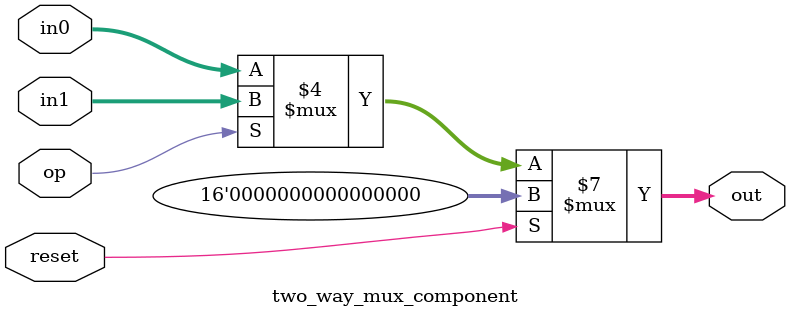
<source format=v>

module two_way_mux_component(in0, in1, op, reset, out);

input [15:0] in0;
input [15:0] in1;
input op;
input reset;

output reg [15:0] out;


always @(in0 or in1 or op or reset)
begin
	// //$display("op: %d, in0: %d, in1: %d", op, in0, in1);
	if (reset) begin
		out <= 0;
	end else if (op == 0) begin
		out <= in0;
	end else begin
		out <= in1;
	end
end

endmodule

</source>
